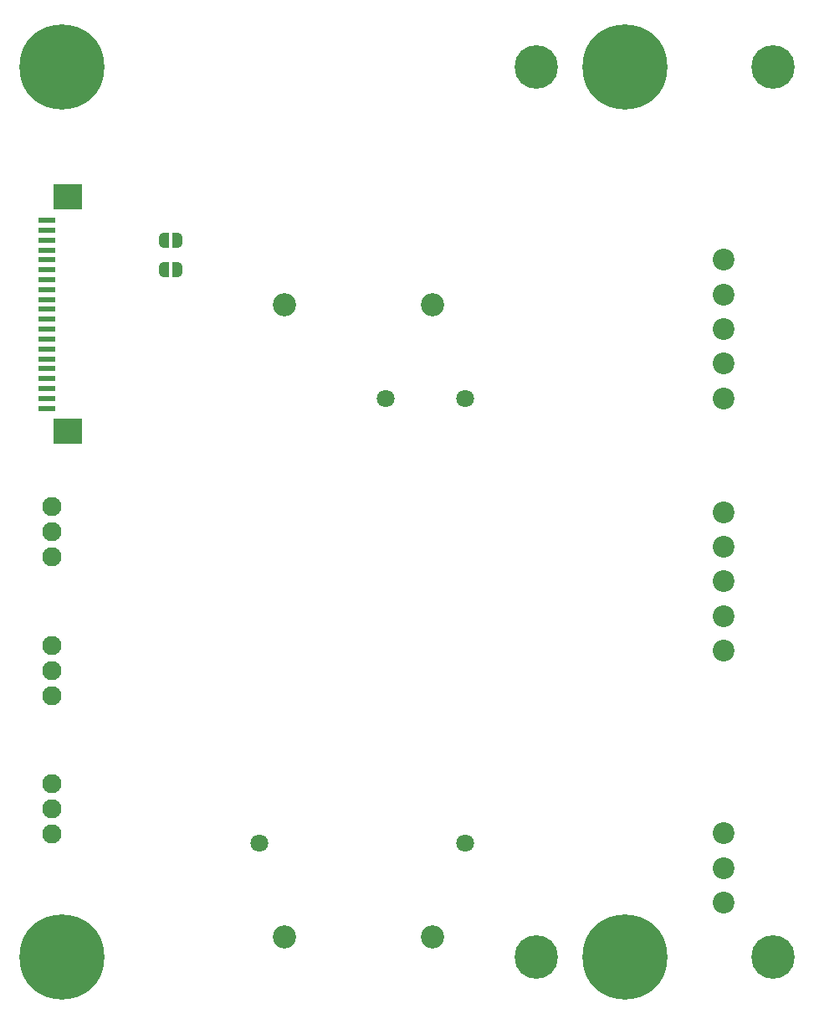
<source format=gbr>
%TF.GenerationSoftware,KiCad,Pcbnew,9.0.6*%
%TF.CreationDate,2025-12-07T12:12:16+03:00*%
%TF.ProjectId,PMPS-20W,504d5053-2d32-4305-972e-6b696361645f,rev?*%
%TF.SameCoordinates,Original*%
%TF.FileFunction,Soldermask,Bot*%
%TF.FilePolarity,Negative*%
%FSLAX46Y46*%
G04 Gerber Fmt 4.6, Leading zero omitted, Abs format (unit mm)*
G04 Created by KiCad (PCBNEW 9.0.6) date 2025-12-07 12:12:16*
%MOMM*%
%LPD*%
G01*
G04 APERTURE LIST*
G04 Aperture macros list*
%AMFreePoly0*
4,1,23,0.500000,-0.750000,0.000000,-0.750000,0.000000,-0.745722,-0.065263,-0.745722,-0.191342,-0.711940,-0.304381,-0.646677,-0.396677,-0.554381,-0.461940,-0.441342,-0.495722,-0.315263,-0.495722,-0.250000,-0.500000,-0.250000,-0.500000,0.250000,-0.495722,0.250000,-0.495722,0.315263,-0.461940,0.441342,-0.396677,0.554381,-0.304381,0.646677,-0.191342,0.711940,-0.065263,0.745722,0.000000,0.745722,
0.000000,0.750000,0.500000,0.750000,0.500000,-0.750000,0.500000,-0.750000,$1*%
%AMFreePoly1*
4,1,23,0.000000,0.745722,0.065263,0.745722,0.191342,0.711940,0.304381,0.646677,0.396677,0.554381,0.461940,0.441342,0.495722,0.315263,0.495722,0.250000,0.500000,0.250000,0.500000,-0.250000,0.495722,-0.250000,0.495722,-0.315263,0.461940,-0.441342,0.396677,-0.554381,0.304381,-0.646677,0.191342,-0.711940,0.065263,-0.745722,0.000000,-0.745722,0.000000,-0.750000,-0.500000,-0.750000,
-0.500000,0.750000,0.000000,0.750000,0.000000,0.745722,0.000000,0.745722,$1*%
G04 Aperture macros list end*
%ADD10R,1.800000X0.600000*%
%ADD11R,3.000000X2.600000*%
%ADD12C,1.950000*%
%ADD13C,2.200000*%
%ADD14C,4.400000*%
%ADD15C,1.200000*%
%ADD16C,8.600000*%
%ADD17C,1.803400*%
%ADD18C,2.350000*%
%ADD19FreePoly0,180.000000*%
%ADD20FreePoly1,180.000000*%
G04 APERTURE END LIST*
D10*
%TO.C,JM2*%
X-36546000Y29500000D03*
X-36546000Y28500000D03*
X-36546000Y27500000D03*
X-36546000Y26500000D03*
X-36546000Y25500000D03*
X-36546000Y24500000D03*
X-36546000Y23500000D03*
X-36546000Y22500000D03*
X-36546000Y21500000D03*
X-36546000Y20500000D03*
X-36546000Y19500000D03*
X-36546000Y18500000D03*
X-36546000Y17500000D03*
X-36546000Y16500000D03*
X-36546000Y15500000D03*
X-36546000Y14500000D03*
X-36546000Y13500000D03*
X-36546000Y12500000D03*
X-36546000Y11500000D03*
X-36546000Y10500000D03*
D11*
X-34375000Y31850000D03*
X-34375000Y8150000D03*
%TD*%
D12*
%TO.C,J3*%
X-36000000Y-18540000D03*
X-36000000Y-16000000D03*
X-36000000Y-13460000D03*
%TD*%
%TO.C,J2*%
X-36000000Y-32540000D03*
X-36000000Y-30000000D03*
X-36000000Y-27460000D03*
%TD*%
%TO.C,J4*%
X-36000000Y-4540000D03*
X-36000000Y-2000000D03*
X-36000000Y540000D03*
%TD*%
D13*
%TO.C,J6*%
X32000000Y11500000D03*
X32000000Y15000000D03*
X32000000Y18500000D03*
X32000000Y22000000D03*
X32000000Y25500000D03*
%TD*%
%TO.C,J7*%
X32000000Y-14000000D03*
X32000000Y-10500000D03*
X32000000Y-7000000D03*
X32000000Y-3500000D03*
X32000000Y0D03*
%TD*%
%TO.C,J10*%
X32000000Y-39500000D03*
X32000000Y-36000000D03*
X32000000Y-32500000D03*
%TD*%
D14*
%TO.C,SP1*%
X13000000Y45000000D03*
X13000000Y-45000000D03*
X37000000Y45000000D03*
X37000000Y-45000000D03*
%TD*%
D15*
%TO.C,H4*%
X18775000Y45000000D03*
X19719581Y47280419D03*
X19719581Y42719581D03*
X22000000Y48225000D03*
D16*
X22000000Y45000000D03*
D15*
X22000000Y41775000D03*
X24280419Y47280419D03*
X24280419Y42719581D03*
X25225000Y45000000D03*
%TD*%
%TO.C,H3*%
X18775000Y-45000000D03*
X19719581Y-42719581D03*
X19719581Y-47280419D03*
X22000000Y-41775000D03*
D16*
X22000000Y-45000000D03*
D15*
X22000000Y-48225000D03*
X24280419Y-42719581D03*
X24280419Y-47280419D03*
X25225000Y-45000000D03*
%TD*%
%TO.C,H2*%
X-38225000Y45000000D03*
X-37280419Y47280419D03*
X-37280419Y42719581D03*
X-35000000Y48225000D03*
D16*
X-35000000Y45000000D03*
D15*
X-35000000Y41775000D03*
X-32719581Y47280419D03*
X-32719581Y42719581D03*
X-31775000Y45000000D03*
%TD*%
%TO.C,H1*%
X-38225000Y-45000000D03*
X-37280419Y-42719581D03*
X-37280419Y-47280419D03*
X-35000000Y-41775000D03*
D16*
X-35000000Y-45000000D03*
D15*
X-35000000Y-48225000D03*
X-32719581Y-42719581D03*
X-32719581Y-47280419D03*
X-31775000Y-45000000D03*
%TD*%
D17*
%TO.C,U1*%
X5799999Y11500006D03*
X-2200000Y11500006D03*
X-15000000Y-33500006D03*
X5799999Y-33500006D03*
%TD*%
D18*
%TO.C,U4*%
X2500000Y-43000000D03*
X-12500000Y-43000000D03*
%TD*%
%TO.C,U2*%
X2500000Y21000000D03*
X-12500000Y21000000D03*
%TD*%
D19*
%TO.C,JP2*%
X-23350000Y27500000D03*
D20*
X-24650000Y27500000D03*
%TD*%
D19*
%TO.C,JP4*%
X-23350000Y24500000D03*
D20*
X-24650000Y24500000D03*
%TD*%
M02*

</source>
